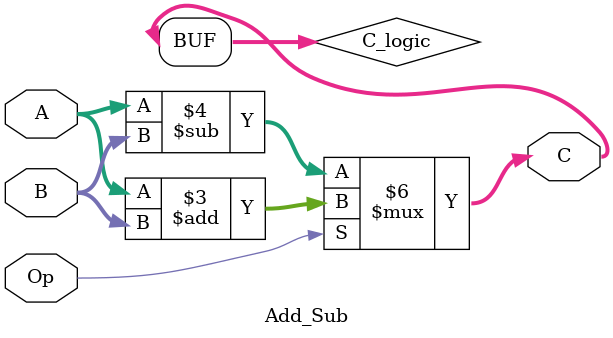
<source format=sv>
module Add_Sub
#(
	parameter Size = 33
)
(
	/* Inputs */
	input Op,
	input [Size - 1 : 0]A,
	input [Size - 1 : 0]B,
	
	/* Outputs */
	output [Size - 1 : 0]C
	
);

logic [Size - 1 : 0] C_logic;

always_comb begin: Add_Sub_Op

	if(Op == 1'b1)
		C_logic = A + B;
		
	else
		C_logic = A - B;
		
end

assign C = C_logic;

endmodule

</source>
